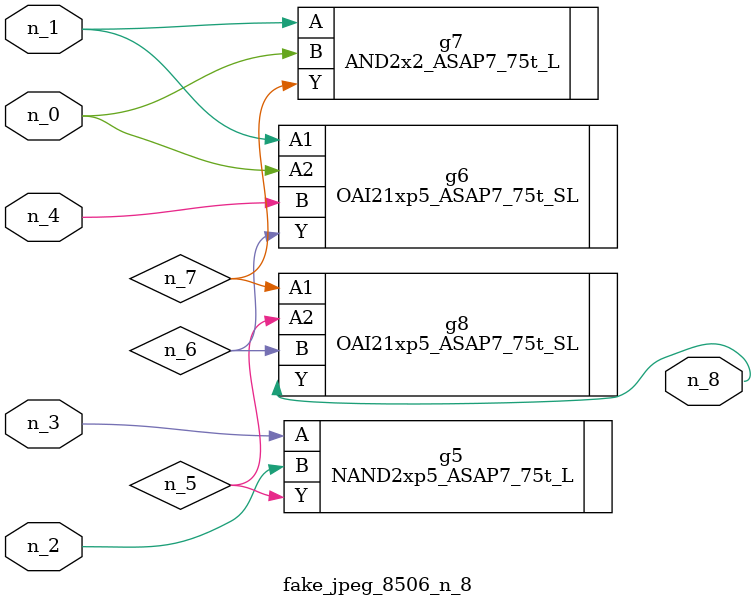
<source format=v>
module fake_jpeg_8506_n_8 (n_3, n_2, n_1, n_0, n_4, n_8);

input n_3;
input n_2;
input n_1;
input n_0;
input n_4;

output n_8;

wire n_6;
wire n_5;
wire n_7;

NAND2xp5_ASAP7_75t_L g5 ( 
.A(n_3),
.B(n_2),
.Y(n_5)
);

OAI21xp5_ASAP7_75t_SL g6 ( 
.A1(n_1),
.A2(n_0),
.B(n_4),
.Y(n_6)
);

AND2x2_ASAP7_75t_L g7 ( 
.A(n_1),
.B(n_0),
.Y(n_7)
);

OAI21xp5_ASAP7_75t_SL g8 ( 
.A1(n_7),
.A2(n_5),
.B(n_6),
.Y(n_8)
);


endmodule
</source>
